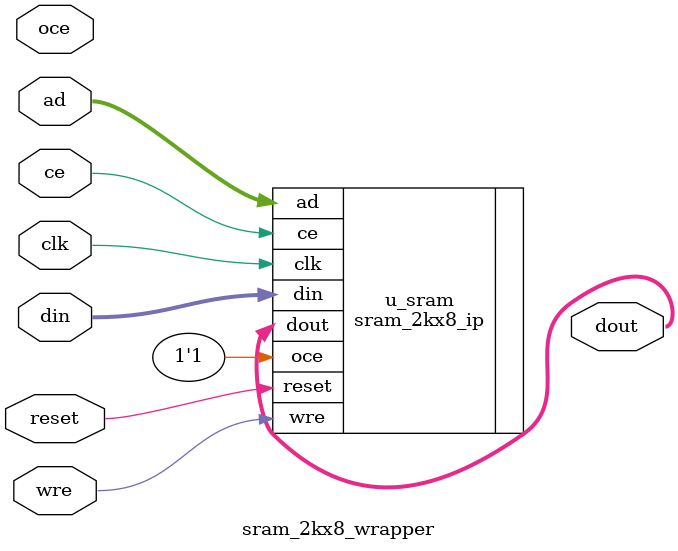
<source format=v>

`define USE_IP_MODULE

module sram_2kx8_wrapper (
    input clk,
    input reset,
    inout ce,
    input oce,
    input wre,
    input [10:0] ad,
    input [7:0] din,
    output [7:0] dout
);

`ifdef USE_IP_MODULE
    sram_2kx8_ip u_sram (
        .clk(clk),
        .reset(reset),
        .ce(ce),
        .oce(1'b1),
        .wre(wre),
        .ad(ad),
        .din(din),
        .dout(dout)
    );
`else
    sram_2kx8_behav u_sram (
        .clk(clk),
        .reset(reset),
        .ce(ce),
        .oce(1'b1),
        .wre(wre),
        .ad(ad),
        .din(din),
        .dout(dout)
    );
`endif  // USE_IP_MODULE

endmodule

</source>
